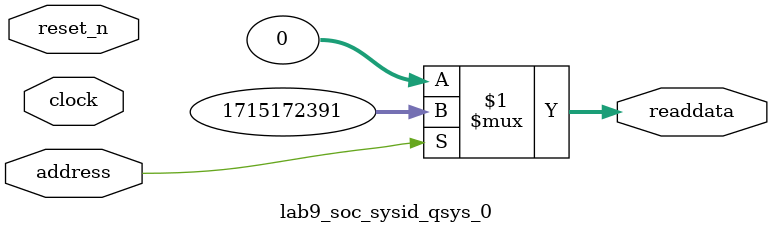
<source format=v>



// synthesis translate_off
`timescale 1ns / 1ps
// synthesis translate_on

// turn off superfluous verilog processor warnings 
// altera message_level Level1 
// altera message_off 10034 10035 10036 10037 10230 10240 10030 

module lab9_soc_sysid_qsys_0 (
               // inputs:
                address,
                clock,
                reset_n,

               // outputs:
                readdata
             )
;

  output  [ 31: 0] readdata;
  input            address;
  input            clock;
  input            reset_n;

  wire    [ 31: 0] readdata;
  //control_slave, which is an e_avalon_slave
  assign readdata = address ? 1715172391 : 0;

endmodule



</source>
